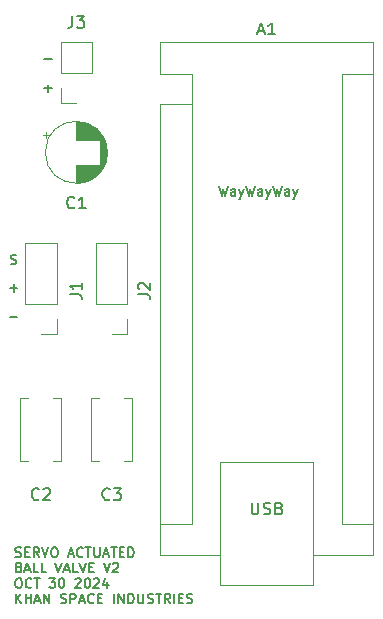
<source format=gto>
G04 #@! TF.GenerationSoftware,KiCad,Pcbnew,8.0.4*
G04 #@! TF.CreationDate,2024-10-30T20:05:23-07:00*
G04 #@! TF.ProjectId,Valve,56616c76-652e-46b6-9963-61645f706362,rev?*
G04 #@! TF.SameCoordinates,Original*
G04 #@! TF.FileFunction,Legend,Top*
G04 #@! TF.FilePolarity,Positive*
%FSLAX46Y46*%
G04 Gerber Fmt 4.6, Leading zero omitted, Abs format (unit mm)*
G04 Created by KiCad (PCBNEW 8.0.4) date 2024-10-30 20:05:23*
%MOMM*%
%LPD*%
G01*
G04 APERTURE LIST*
%ADD10C,0.152400*%
%ADD11C,0.150000*%
%ADD12C,0.120000*%
%ADD13R,1.700000X1.700000*%
%ADD14O,1.700000X1.700000*%
%ADD15C,1.600000*%
%ADD16R,1.600000X1.600000*%
%ADD17O,1.600000X1.600000*%
G04 APERTURE END LIST*
D10*
X129293786Y-79082965D02*
X129913063Y-79082965D01*
X144116377Y-89879803D02*
X144309901Y-90692603D01*
X144309901Y-90692603D02*
X144464720Y-90112032D01*
X144464720Y-90112032D02*
X144619539Y-90692603D01*
X144619539Y-90692603D02*
X144813063Y-89879803D01*
X145471043Y-90692603D02*
X145471043Y-90266851D01*
X145471043Y-90266851D02*
X145432338Y-90189441D01*
X145432338Y-90189441D02*
X145354929Y-90150737D01*
X145354929Y-90150737D02*
X145200110Y-90150737D01*
X145200110Y-90150737D02*
X145122700Y-90189441D01*
X145471043Y-90653899D02*
X145393634Y-90692603D01*
X145393634Y-90692603D02*
X145200110Y-90692603D01*
X145200110Y-90692603D02*
X145122700Y-90653899D01*
X145122700Y-90653899D02*
X145083996Y-90576489D01*
X145083996Y-90576489D02*
X145083996Y-90499079D01*
X145083996Y-90499079D02*
X145122700Y-90421670D01*
X145122700Y-90421670D02*
X145200110Y-90382965D01*
X145200110Y-90382965D02*
X145393634Y-90382965D01*
X145393634Y-90382965D02*
X145471043Y-90344260D01*
X145780681Y-90150737D02*
X145974205Y-90692603D01*
X146167728Y-90150737D02*
X145974205Y-90692603D01*
X145974205Y-90692603D02*
X145896795Y-90886127D01*
X145896795Y-90886127D02*
X145858090Y-90924832D01*
X145858090Y-90924832D02*
X145780681Y-90963537D01*
X146399957Y-89879803D02*
X146593481Y-90692603D01*
X146593481Y-90692603D02*
X146748300Y-90112032D01*
X146748300Y-90112032D02*
X146903119Y-90692603D01*
X146903119Y-90692603D02*
X147096643Y-89879803D01*
X147754623Y-90692603D02*
X147754623Y-90266851D01*
X147754623Y-90266851D02*
X147715918Y-90189441D01*
X147715918Y-90189441D02*
X147638509Y-90150737D01*
X147638509Y-90150737D02*
X147483690Y-90150737D01*
X147483690Y-90150737D02*
X147406280Y-90189441D01*
X147754623Y-90653899D02*
X147677214Y-90692603D01*
X147677214Y-90692603D02*
X147483690Y-90692603D01*
X147483690Y-90692603D02*
X147406280Y-90653899D01*
X147406280Y-90653899D02*
X147367576Y-90576489D01*
X147367576Y-90576489D02*
X147367576Y-90499079D01*
X147367576Y-90499079D02*
X147406280Y-90421670D01*
X147406280Y-90421670D02*
X147483690Y-90382965D01*
X147483690Y-90382965D02*
X147677214Y-90382965D01*
X147677214Y-90382965D02*
X147754623Y-90344260D01*
X148064261Y-90150737D02*
X148257785Y-90692603D01*
X148451308Y-90150737D02*
X148257785Y-90692603D01*
X148257785Y-90692603D02*
X148180375Y-90886127D01*
X148180375Y-90886127D02*
X148141670Y-90924832D01*
X148141670Y-90924832D02*
X148064261Y-90963537D01*
X148683537Y-89879803D02*
X148877061Y-90692603D01*
X148877061Y-90692603D02*
X149031880Y-90112032D01*
X149031880Y-90112032D02*
X149186699Y-90692603D01*
X149186699Y-90692603D02*
X149380223Y-89879803D01*
X150038203Y-90692603D02*
X150038203Y-90266851D01*
X150038203Y-90266851D02*
X149999498Y-90189441D01*
X149999498Y-90189441D02*
X149922089Y-90150737D01*
X149922089Y-90150737D02*
X149767270Y-90150737D01*
X149767270Y-90150737D02*
X149689860Y-90189441D01*
X150038203Y-90653899D02*
X149960794Y-90692603D01*
X149960794Y-90692603D02*
X149767270Y-90692603D01*
X149767270Y-90692603D02*
X149689860Y-90653899D01*
X149689860Y-90653899D02*
X149651156Y-90576489D01*
X149651156Y-90576489D02*
X149651156Y-90499079D01*
X149651156Y-90499079D02*
X149689860Y-90421670D01*
X149689860Y-90421670D02*
X149767270Y-90382965D01*
X149767270Y-90382965D02*
X149960794Y-90382965D01*
X149960794Y-90382965D02*
X150038203Y-90344260D01*
X150347841Y-90150737D02*
X150541365Y-90692603D01*
X150734888Y-90150737D02*
X150541365Y-90692603D01*
X150541365Y-90692603D02*
X150463955Y-90886127D01*
X150463955Y-90886127D02*
X150425250Y-90924832D01*
X150425250Y-90924832D02*
X150347841Y-90963537D01*
X126455082Y-96453899D02*
X126571196Y-96492603D01*
X126571196Y-96492603D02*
X126764720Y-96492603D01*
X126764720Y-96492603D02*
X126842129Y-96453899D01*
X126842129Y-96453899D02*
X126880834Y-96415194D01*
X126880834Y-96415194D02*
X126919539Y-96337784D01*
X126919539Y-96337784D02*
X126919539Y-96260375D01*
X126919539Y-96260375D02*
X126880834Y-96182965D01*
X126880834Y-96182965D02*
X126842129Y-96144260D01*
X126842129Y-96144260D02*
X126764720Y-96105556D01*
X126764720Y-96105556D02*
X126609901Y-96066851D01*
X126609901Y-96066851D02*
X126532491Y-96028146D01*
X126532491Y-96028146D02*
X126493786Y-95989441D01*
X126493786Y-95989441D02*
X126455082Y-95912032D01*
X126455082Y-95912032D02*
X126455082Y-95834622D01*
X126455082Y-95834622D02*
X126493786Y-95757213D01*
X126493786Y-95757213D02*
X126532491Y-95718508D01*
X126532491Y-95718508D02*
X126609901Y-95679803D01*
X126609901Y-95679803D02*
X126803424Y-95679803D01*
X126803424Y-95679803D02*
X126919539Y-95718508D01*
X126393786Y-98482965D02*
X127013063Y-98482965D01*
X126703424Y-98792603D02*
X126703424Y-98173327D01*
X126393786Y-100982965D02*
X127013063Y-100982965D01*
X129293786Y-81582965D02*
X129913063Y-81582965D01*
X129603424Y-81892603D02*
X129603424Y-81273327D01*
X126855082Y-121228213D02*
X126971196Y-121266917D01*
X126971196Y-121266917D02*
X127164720Y-121266917D01*
X127164720Y-121266917D02*
X127242129Y-121228213D01*
X127242129Y-121228213D02*
X127280834Y-121189508D01*
X127280834Y-121189508D02*
X127319539Y-121112098D01*
X127319539Y-121112098D02*
X127319539Y-121034689D01*
X127319539Y-121034689D02*
X127280834Y-120957279D01*
X127280834Y-120957279D02*
X127242129Y-120918574D01*
X127242129Y-120918574D02*
X127164720Y-120879870D01*
X127164720Y-120879870D02*
X127009901Y-120841165D01*
X127009901Y-120841165D02*
X126932491Y-120802460D01*
X126932491Y-120802460D02*
X126893786Y-120763755D01*
X126893786Y-120763755D02*
X126855082Y-120686346D01*
X126855082Y-120686346D02*
X126855082Y-120608936D01*
X126855082Y-120608936D02*
X126893786Y-120531527D01*
X126893786Y-120531527D02*
X126932491Y-120492822D01*
X126932491Y-120492822D02*
X127009901Y-120454117D01*
X127009901Y-120454117D02*
X127203424Y-120454117D01*
X127203424Y-120454117D02*
X127319539Y-120492822D01*
X127667881Y-120841165D02*
X127938815Y-120841165D01*
X128054929Y-121266917D02*
X127667881Y-121266917D01*
X127667881Y-121266917D02*
X127667881Y-120454117D01*
X127667881Y-120454117D02*
X128054929Y-120454117D01*
X128867728Y-121266917D02*
X128596795Y-120879870D01*
X128403271Y-121266917D02*
X128403271Y-120454117D01*
X128403271Y-120454117D02*
X128712909Y-120454117D01*
X128712909Y-120454117D02*
X128790319Y-120492822D01*
X128790319Y-120492822D02*
X128829024Y-120531527D01*
X128829024Y-120531527D02*
X128867728Y-120608936D01*
X128867728Y-120608936D02*
X128867728Y-120725051D01*
X128867728Y-120725051D02*
X128829024Y-120802460D01*
X128829024Y-120802460D02*
X128790319Y-120841165D01*
X128790319Y-120841165D02*
X128712909Y-120879870D01*
X128712909Y-120879870D02*
X128403271Y-120879870D01*
X129099957Y-120454117D02*
X129370890Y-121266917D01*
X129370890Y-121266917D02*
X129641824Y-120454117D01*
X130067576Y-120454117D02*
X130222395Y-120454117D01*
X130222395Y-120454117D02*
X130299805Y-120492822D01*
X130299805Y-120492822D02*
X130377214Y-120570232D01*
X130377214Y-120570232D02*
X130415919Y-120725051D01*
X130415919Y-120725051D02*
X130415919Y-120995984D01*
X130415919Y-120995984D02*
X130377214Y-121150803D01*
X130377214Y-121150803D02*
X130299805Y-121228213D01*
X130299805Y-121228213D02*
X130222395Y-121266917D01*
X130222395Y-121266917D02*
X130067576Y-121266917D01*
X130067576Y-121266917D02*
X129990167Y-121228213D01*
X129990167Y-121228213D02*
X129912757Y-121150803D01*
X129912757Y-121150803D02*
X129874053Y-120995984D01*
X129874053Y-120995984D02*
X129874053Y-120725051D01*
X129874053Y-120725051D02*
X129912757Y-120570232D01*
X129912757Y-120570232D02*
X129990167Y-120492822D01*
X129990167Y-120492822D02*
X130067576Y-120454117D01*
X131344834Y-121034689D02*
X131731881Y-121034689D01*
X131267424Y-121266917D02*
X131538357Y-120454117D01*
X131538357Y-120454117D02*
X131809291Y-121266917D01*
X132544681Y-121189508D02*
X132505977Y-121228213D01*
X132505977Y-121228213D02*
X132389862Y-121266917D01*
X132389862Y-121266917D02*
X132312453Y-121266917D01*
X132312453Y-121266917D02*
X132196339Y-121228213D01*
X132196339Y-121228213D02*
X132118929Y-121150803D01*
X132118929Y-121150803D02*
X132080224Y-121073393D01*
X132080224Y-121073393D02*
X132041520Y-120918574D01*
X132041520Y-120918574D02*
X132041520Y-120802460D01*
X132041520Y-120802460D02*
X132080224Y-120647641D01*
X132080224Y-120647641D02*
X132118929Y-120570232D01*
X132118929Y-120570232D02*
X132196339Y-120492822D01*
X132196339Y-120492822D02*
X132312453Y-120454117D01*
X132312453Y-120454117D02*
X132389862Y-120454117D01*
X132389862Y-120454117D02*
X132505977Y-120492822D01*
X132505977Y-120492822D02*
X132544681Y-120531527D01*
X132776910Y-120454117D02*
X133241367Y-120454117D01*
X133009139Y-121266917D02*
X133009139Y-120454117D01*
X133512300Y-120454117D02*
X133512300Y-121112098D01*
X133512300Y-121112098D02*
X133551005Y-121189508D01*
X133551005Y-121189508D02*
X133589710Y-121228213D01*
X133589710Y-121228213D02*
X133667119Y-121266917D01*
X133667119Y-121266917D02*
X133821938Y-121266917D01*
X133821938Y-121266917D02*
X133899348Y-121228213D01*
X133899348Y-121228213D02*
X133938053Y-121189508D01*
X133938053Y-121189508D02*
X133976757Y-121112098D01*
X133976757Y-121112098D02*
X133976757Y-120454117D01*
X134325101Y-121034689D02*
X134712148Y-121034689D01*
X134247691Y-121266917D02*
X134518624Y-120454117D01*
X134518624Y-120454117D02*
X134789558Y-121266917D01*
X134944377Y-120454117D02*
X135408834Y-120454117D01*
X135176606Y-121266917D02*
X135176606Y-120454117D01*
X135679767Y-120841165D02*
X135950701Y-120841165D01*
X136066815Y-121266917D02*
X135679767Y-121266917D01*
X135679767Y-121266917D02*
X135679767Y-120454117D01*
X135679767Y-120454117D02*
X136066815Y-120454117D01*
X136415157Y-121266917D02*
X136415157Y-120454117D01*
X136415157Y-120454117D02*
X136608681Y-120454117D01*
X136608681Y-120454117D02*
X136724795Y-120492822D01*
X136724795Y-120492822D02*
X136802205Y-120570232D01*
X136802205Y-120570232D02*
X136840910Y-120647641D01*
X136840910Y-120647641D02*
X136879614Y-120802460D01*
X136879614Y-120802460D02*
X136879614Y-120918574D01*
X136879614Y-120918574D02*
X136840910Y-121073393D01*
X136840910Y-121073393D02*
X136802205Y-121150803D01*
X136802205Y-121150803D02*
X136724795Y-121228213D01*
X136724795Y-121228213D02*
X136608681Y-121266917D01*
X136608681Y-121266917D02*
X136415157Y-121266917D01*
X127164720Y-122149727D02*
X127280834Y-122188432D01*
X127280834Y-122188432D02*
X127319539Y-122227136D01*
X127319539Y-122227136D02*
X127358243Y-122304546D01*
X127358243Y-122304546D02*
X127358243Y-122420660D01*
X127358243Y-122420660D02*
X127319539Y-122498070D01*
X127319539Y-122498070D02*
X127280834Y-122536775D01*
X127280834Y-122536775D02*
X127203424Y-122575479D01*
X127203424Y-122575479D02*
X126893786Y-122575479D01*
X126893786Y-122575479D02*
X126893786Y-121762679D01*
X126893786Y-121762679D02*
X127164720Y-121762679D01*
X127164720Y-121762679D02*
X127242129Y-121801384D01*
X127242129Y-121801384D02*
X127280834Y-121840089D01*
X127280834Y-121840089D02*
X127319539Y-121917498D01*
X127319539Y-121917498D02*
X127319539Y-121994908D01*
X127319539Y-121994908D02*
X127280834Y-122072317D01*
X127280834Y-122072317D02*
X127242129Y-122111022D01*
X127242129Y-122111022D02*
X127164720Y-122149727D01*
X127164720Y-122149727D02*
X126893786Y-122149727D01*
X127667882Y-122343251D02*
X128054929Y-122343251D01*
X127590472Y-122575479D02*
X127861405Y-121762679D01*
X127861405Y-121762679D02*
X128132339Y-122575479D01*
X128790320Y-122575479D02*
X128403272Y-122575479D01*
X128403272Y-122575479D02*
X128403272Y-121762679D01*
X129448301Y-122575479D02*
X129061253Y-122575479D01*
X129061253Y-122575479D02*
X129061253Y-121762679D01*
X130222396Y-121762679D02*
X130493329Y-122575479D01*
X130493329Y-122575479D02*
X130764263Y-121762679D01*
X130996492Y-122343251D02*
X131383539Y-122343251D01*
X130919082Y-122575479D02*
X131190015Y-121762679D01*
X131190015Y-121762679D02*
X131460949Y-122575479D01*
X132118930Y-122575479D02*
X131731882Y-122575479D01*
X131731882Y-122575479D02*
X131731882Y-121762679D01*
X132273749Y-121762679D02*
X132544682Y-122575479D01*
X132544682Y-122575479D02*
X132815616Y-121762679D01*
X133086549Y-122149727D02*
X133357483Y-122149727D01*
X133473597Y-122575479D02*
X133086549Y-122575479D01*
X133086549Y-122575479D02*
X133086549Y-121762679D01*
X133086549Y-121762679D02*
X133473597Y-121762679D01*
X134325101Y-121762679D02*
X134596034Y-122575479D01*
X134596034Y-122575479D02*
X134866968Y-121762679D01*
X135099197Y-121840089D02*
X135137901Y-121801384D01*
X135137901Y-121801384D02*
X135215311Y-121762679D01*
X135215311Y-121762679D02*
X135408835Y-121762679D01*
X135408835Y-121762679D02*
X135486244Y-121801384D01*
X135486244Y-121801384D02*
X135524949Y-121840089D01*
X135524949Y-121840089D02*
X135563654Y-121917498D01*
X135563654Y-121917498D02*
X135563654Y-121994908D01*
X135563654Y-121994908D02*
X135524949Y-122111022D01*
X135524949Y-122111022D02*
X135060492Y-122575479D01*
X135060492Y-122575479D02*
X135563654Y-122575479D01*
X127048605Y-123071241D02*
X127203424Y-123071241D01*
X127203424Y-123071241D02*
X127280834Y-123109946D01*
X127280834Y-123109946D02*
X127358243Y-123187356D01*
X127358243Y-123187356D02*
X127396948Y-123342175D01*
X127396948Y-123342175D02*
X127396948Y-123613108D01*
X127396948Y-123613108D02*
X127358243Y-123767927D01*
X127358243Y-123767927D02*
X127280834Y-123845337D01*
X127280834Y-123845337D02*
X127203424Y-123884041D01*
X127203424Y-123884041D02*
X127048605Y-123884041D01*
X127048605Y-123884041D02*
X126971196Y-123845337D01*
X126971196Y-123845337D02*
X126893786Y-123767927D01*
X126893786Y-123767927D02*
X126855082Y-123613108D01*
X126855082Y-123613108D02*
X126855082Y-123342175D01*
X126855082Y-123342175D02*
X126893786Y-123187356D01*
X126893786Y-123187356D02*
X126971196Y-123109946D01*
X126971196Y-123109946D02*
X127048605Y-123071241D01*
X128209748Y-123806632D02*
X128171044Y-123845337D01*
X128171044Y-123845337D02*
X128054929Y-123884041D01*
X128054929Y-123884041D02*
X127977520Y-123884041D01*
X127977520Y-123884041D02*
X127861406Y-123845337D01*
X127861406Y-123845337D02*
X127783996Y-123767927D01*
X127783996Y-123767927D02*
X127745291Y-123690517D01*
X127745291Y-123690517D02*
X127706587Y-123535698D01*
X127706587Y-123535698D02*
X127706587Y-123419584D01*
X127706587Y-123419584D02*
X127745291Y-123264765D01*
X127745291Y-123264765D02*
X127783996Y-123187356D01*
X127783996Y-123187356D02*
X127861406Y-123109946D01*
X127861406Y-123109946D02*
X127977520Y-123071241D01*
X127977520Y-123071241D02*
X128054929Y-123071241D01*
X128054929Y-123071241D02*
X128171044Y-123109946D01*
X128171044Y-123109946D02*
X128209748Y-123148651D01*
X128441977Y-123071241D02*
X128906434Y-123071241D01*
X128674206Y-123884041D02*
X128674206Y-123071241D01*
X129719234Y-123071241D02*
X130222396Y-123071241D01*
X130222396Y-123071241D02*
X129951462Y-123380879D01*
X129951462Y-123380879D02*
X130067577Y-123380879D01*
X130067577Y-123380879D02*
X130144986Y-123419584D01*
X130144986Y-123419584D02*
X130183691Y-123458289D01*
X130183691Y-123458289D02*
X130222396Y-123535698D01*
X130222396Y-123535698D02*
X130222396Y-123729222D01*
X130222396Y-123729222D02*
X130183691Y-123806632D01*
X130183691Y-123806632D02*
X130144986Y-123845337D01*
X130144986Y-123845337D02*
X130067577Y-123884041D01*
X130067577Y-123884041D02*
X129835348Y-123884041D01*
X129835348Y-123884041D02*
X129757939Y-123845337D01*
X129757939Y-123845337D02*
X129719234Y-123806632D01*
X130725557Y-123071241D02*
X130802967Y-123071241D01*
X130802967Y-123071241D02*
X130880376Y-123109946D01*
X130880376Y-123109946D02*
X130919081Y-123148651D01*
X130919081Y-123148651D02*
X130957786Y-123226060D01*
X130957786Y-123226060D02*
X130996491Y-123380879D01*
X130996491Y-123380879D02*
X130996491Y-123574403D01*
X130996491Y-123574403D02*
X130957786Y-123729222D01*
X130957786Y-123729222D02*
X130919081Y-123806632D01*
X130919081Y-123806632D02*
X130880376Y-123845337D01*
X130880376Y-123845337D02*
X130802967Y-123884041D01*
X130802967Y-123884041D02*
X130725557Y-123884041D01*
X130725557Y-123884041D02*
X130648148Y-123845337D01*
X130648148Y-123845337D02*
X130609443Y-123806632D01*
X130609443Y-123806632D02*
X130570738Y-123729222D01*
X130570738Y-123729222D02*
X130532034Y-123574403D01*
X130532034Y-123574403D02*
X130532034Y-123380879D01*
X130532034Y-123380879D02*
X130570738Y-123226060D01*
X130570738Y-123226060D02*
X130609443Y-123148651D01*
X130609443Y-123148651D02*
X130648148Y-123109946D01*
X130648148Y-123109946D02*
X130725557Y-123071241D01*
X131925405Y-123148651D02*
X131964109Y-123109946D01*
X131964109Y-123109946D02*
X132041519Y-123071241D01*
X132041519Y-123071241D02*
X132235043Y-123071241D01*
X132235043Y-123071241D02*
X132312452Y-123109946D01*
X132312452Y-123109946D02*
X132351157Y-123148651D01*
X132351157Y-123148651D02*
X132389862Y-123226060D01*
X132389862Y-123226060D02*
X132389862Y-123303470D01*
X132389862Y-123303470D02*
X132351157Y-123419584D01*
X132351157Y-123419584D02*
X131886700Y-123884041D01*
X131886700Y-123884041D02*
X132389862Y-123884041D01*
X132893023Y-123071241D02*
X132970433Y-123071241D01*
X132970433Y-123071241D02*
X133047842Y-123109946D01*
X133047842Y-123109946D02*
X133086547Y-123148651D01*
X133086547Y-123148651D02*
X133125252Y-123226060D01*
X133125252Y-123226060D02*
X133163957Y-123380879D01*
X133163957Y-123380879D02*
X133163957Y-123574403D01*
X133163957Y-123574403D02*
X133125252Y-123729222D01*
X133125252Y-123729222D02*
X133086547Y-123806632D01*
X133086547Y-123806632D02*
X133047842Y-123845337D01*
X133047842Y-123845337D02*
X132970433Y-123884041D01*
X132970433Y-123884041D02*
X132893023Y-123884041D01*
X132893023Y-123884041D02*
X132815614Y-123845337D01*
X132815614Y-123845337D02*
X132776909Y-123806632D01*
X132776909Y-123806632D02*
X132738204Y-123729222D01*
X132738204Y-123729222D02*
X132699500Y-123574403D01*
X132699500Y-123574403D02*
X132699500Y-123380879D01*
X132699500Y-123380879D02*
X132738204Y-123226060D01*
X132738204Y-123226060D02*
X132776909Y-123148651D01*
X132776909Y-123148651D02*
X132815614Y-123109946D01*
X132815614Y-123109946D02*
X132893023Y-123071241D01*
X133473595Y-123148651D02*
X133512299Y-123109946D01*
X133512299Y-123109946D02*
X133589709Y-123071241D01*
X133589709Y-123071241D02*
X133783233Y-123071241D01*
X133783233Y-123071241D02*
X133860642Y-123109946D01*
X133860642Y-123109946D02*
X133899347Y-123148651D01*
X133899347Y-123148651D02*
X133938052Y-123226060D01*
X133938052Y-123226060D02*
X133938052Y-123303470D01*
X133938052Y-123303470D02*
X133899347Y-123419584D01*
X133899347Y-123419584D02*
X133434890Y-123884041D01*
X133434890Y-123884041D02*
X133938052Y-123884041D01*
X134634737Y-123342175D02*
X134634737Y-123884041D01*
X134441213Y-123032537D02*
X134247690Y-123613108D01*
X134247690Y-123613108D02*
X134750851Y-123613108D01*
X126893786Y-125192603D02*
X126893786Y-124379803D01*
X127358243Y-125192603D02*
X127009901Y-124728146D01*
X127358243Y-124379803D02*
X126893786Y-124844260D01*
X127706586Y-125192603D02*
X127706586Y-124379803D01*
X127706586Y-124766851D02*
X128171043Y-124766851D01*
X128171043Y-125192603D02*
X128171043Y-124379803D01*
X128519387Y-124960375D02*
X128906434Y-124960375D01*
X128441977Y-125192603D02*
X128712910Y-124379803D01*
X128712910Y-124379803D02*
X128983844Y-125192603D01*
X129254777Y-125192603D02*
X129254777Y-124379803D01*
X129254777Y-124379803D02*
X129719234Y-125192603D01*
X129719234Y-125192603D02*
X129719234Y-124379803D01*
X130686854Y-125153899D02*
X130802968Y-125192603D01*
X130802968Y-125192603D02*
X130996492Y-125192603D01*
X130996492Y-125192603D02*
X131073901Y-125153899D01*
X131073901Y-125153899D02*
X131112606Y-125115194D01*
X131112606Y-125115194D02*
X131151311Y-125037784D01*
X131151311Y-125037784D02*
X131151311Y-124960375D01*
X131151311Y-124960375D02*
X131112606Y-124882965D01*
X131112606Y-124882965D02*
X131073901Y-124844260D01*
X131073901Y-124844260D02*
X130996492Y-124805556D01*
X130996492Y-124805556D02*
X130841673Y-124766851D01*
X130841673Y-124766851D02*
X130764263Y-124728146D01*
X130764263Y-124728146D02*
X130725558Y-124689441D01*
X130725558Y-124689441D02*
X130686854Y-124612032D01*
X130686854Y-124612032D02*
X130686854Y-124534622D01*
X130686854Y-124534622D02*
X130725558Y-124457213D01*
X130725558Y-124457213D02*
X130764263Y-124418508D01*
X130764263Y-124418508D02*
X130841673Y-124379803D01*
X130841673Y-124379803D02*
X131035196Y-124379803D01*
X131035196Y-124379803D02*
X131151311Y-124418508D01*
X131499653Y-125192603D02*
X131499653Y-124379803D01*
X131499653Y-124379803D02*
X131809291Y-124379803D01*
X131809291Y-124379803D02*
X131886701Y-124418508D01*
X131886701Y-124418508D02*
X131925406Y-124457213D01*
X131925406Y-124457213D02*
X131964110Y-124534622D01*
X131964110Y-124534622D02*
X131964110Y-124650737D01*
X131964110Y-124650737D02*
X131925406Y-124728146D01*
X131925406Y-124728146D02*
X131886701Y-124766851D01*
X131886701Y-124766851D02*
X131809291Y-124805556D01*
X131809291Y-124805556D02*
X131499653Y-124805556D01*
X132273749Y-124960375D02*
X132660796Y-124960375D01*
X132196339Y-125192603D02*
X132467272Y-124379803D01*
X132467272Y-124379803D02*
X132738206Y-125192603D01*
X133473596Y-125115194D02*
X133434892Y-125153899D01*
X133434892Y-125153899D02*
X133318777Y-125192603D01*
X133318777Y-125192603D02*
X133241368Y-125192603D01*
X133241368Y-125192603D02*
X133125254Y-125153899D01*
X133125254Y-125153899D02*
X133047844Y-125076489D01*
X133047844Y-125076489D02*
X133009139Y-124999079D01*
X133009139Y-124999079D02*
X132970435Y-124844260D01*
X132970435Y-124844260D02*
X132970435Y-124728146D01*
X132970435Y-124728146D02*
X133009139Y-124573327D01*
X133009139Y-124573327D02*
X133047844Y-124495918D01*
X133047844Y-124495918D02*
X133125254Y-124418508D01*
X133125254Y-124418508D02*
X133241368Y-124379803D01*
X133241368Y-124379803D02*
X133318777Y-124379803D01*
X133318777Y-124379803D02*
X133434892Y-124418508D01*
X133434892Y-124418508D02*
X133473596Y-124457213D01*
X133821939Y-124766851D02*
X134092873Y-124766851D01*
X134208987Y-125192603D02*
X133821939Y-125192603D01*
X133821939Y-125192603D02*
X133821939Y-124379803D01*
X133821939Y-124379803D02*
X134208987Y-124379803D01*
X135176605Y-125192603D02*
X135176605Y-124379803D01*
X135563653Y-125192603D02*
X135563653Y-124379803D01*
X135563653Y-124379803D02*
X136028110Y-125192603D01*
X136028110Y-125192603D02*
X136028110Y-124379803D01*
X136415158Y-125192603D02*
X136415158Y-124379803D01*
X136415158Y-124379803D02*
X136608682Y-124379803D01*
X136608682Y-124379803D02*
X136724796Y-124418508D01*
X136724796Y-124418508D02*
X136802206Y-124495918D01*
X136802206Y-124495918D02*
X136840911Y-124573327D01*
X136840911Y-124573327D02*
X136879615Y-124728146D01*
X136879615Y-124728146D02*
X136879615Y-124844260D01*
X136879615Y-124844260D02*
X136840911Y-124999079D01*
X136840911Y-124999079D02*
X136802206Y-125076489D01*
X136802206Y-125076489D02*
X136724796Y-125153899D01*
X136724796Y-125153899D02*
X136608682Y-125192603D01*
X136608682Y-125192603D02*
X136415158Y-125192603D01*
X137227958Y-124379803D02*
X137227958Y-125037784D01*
X137227958Y-125037784D02*
X137266663Y-125115194D01*
X137266663Y-125115194D02*
X137305368Y-125153899D01*
X137305368Y-125153899D02*
X137382777Y-125192603D01*
X137382777Y-125192603D02*
X137537596Y-125192603D01*
X137537596Y-125192603D02*
X137615006Y-125153899D01*
X137615006Y-125153899D02*
X137653711Y-125115194D01*
X137653711Y-125115194D02*
X137692415Y-125037784D01*
X137692415Y-125037784D02*
X137692415Y-124379803D01*
X138040759Y-125153899D02*
X138156873Y-125192603D01*
X138156873Y-125192603D02*
X138350397Y-125192603D01*
X138350397Y-125192603D02*
X138427806Y-125153899D01*
X138427806Y-125153899D02*
X138466511Y-125115194D01*
X138466511Y-125115194D02*
X138505216Y-125037784D01*
X138505216Y-125037784D02*
X138505216Y-124960375D01*
X138505216Y-124960375D02*
X138466511Y-124882965D01*
X138466511Y-124882965D02*
X138427806Y-124844260D01*
X138427806Y-124844260D02*
X138350397Y-124805556D01*
X138350397Y-124805556D02*
X138195578Y-124766851D01*
X138195578Y-124766851D02*
X138118168Y-124728146D01*
X138118168Y-124728146D02*
X138079463Y-124689441D01*
X138079463Y-124689441D02*
X138040759Y-124612032D01*
X138040759Y-124612032D02*
X138040759Y-124534622D01*
X138040759Y-124534622D02*
X138079463Y-124457213D01*
X138079463Y-124457213D02*
X138118168Y-124418508D01*
X138118168Y-124418508D02*
X138195578Y-124379803D01*
X138195578Y-124379803D02*
X138389101Y-124379803D01*
X138389101Y-124379803D02*
X138505216Y-124418508D01*
X138737444Y-124379803D02*
X139201901Y-124379803D01*
X138969673Y-125192603D02*
X138969673Y-124379803D01*
X139937291Y-125192603D02*
X139666358Y-124805556D01*
X139472834Y-125192603D02*
X139472834Y-124379803D01*
X139472834Y-124379803D02*
X139782472Y-124379803D01*
X139782472Y-124379803D02*
X139859882Y-124418508D01*
X139859882Y-124418508D02*
X139898587Y-124457213D01*
X139898587Y-124457213D02*
X139937291Y-124534622D01*
X139937291Y-124534622D02*
X139937291Y-124650737D01*
X139937291Y-124650737D02*
X139898587Y-124728146D01*
X139898587Y-124728146D02*
X139859882Y-124766851D01*
X139859882Y-124766851D02*
X139782472Y-124805556D01*
X139782472Y-124805556D02*
X139472834Y-124805556D01*
X140285634Y-125192603D02*
X140285634Y-124379803D01*
X140672682Y-124766851D02*
X140943616Y-124766851D01*
X141059730Y-125192603D02*
X140672682Y-125192603D01*
X140672682Y-125192603D02*
X140672682Y-124379803D01*
X140672682Y-124379803D02*
X141059730Y-124379803D01*
X141369368Y-125153899D02*
X141485482Y-125192603D01*
X141485482Y-125192603D02*
X141679006Y-125192603D01*
X141679006Y-125192603D02*
X141756415Y-125153899D01*
X141756415Y-125153899D02*
X141795120Y-125115194D01*
X141795120Y-125115194D02*
X141833825Y-125037784D01*
X141833825Y-125037784D02*
X141833825Y-124960375D01*
X141833825Y-124960375D02*
X141795120Y-124882965D01*
X141795120Y-124882965D02*
X141756415Y-124844260D01*
X141756415Y-124844260D02*
X141679006Y-124805556D01*
X141679006Y-124805556D02*
X141524187Y-124766851D01*
X141524187Y-124766851D02*
X141446777Y-124728146D01*
X141446777Y-124728146D02*
X141408072Y-124689441D01*
X141408072Y-124689441D02*
X141369368Y-124612032D01*
X141369368Y-124612032D02*
X141369368Y-124534622D01*
X141369368Y-124534622D02*
X141408072Y-124457213D01*
X141408072Y-124457213D02*
X141446777Y-124418508D01*
X141446777Y-124418508D02*
X141524187Y-124379803D01*
X141524187Y-124379803D02*
X141717710Y-124379803D01*
X141717710Y-124379803D02*
X141833825Y-124418508D01*
D11*
X131454819Y-99033333D02*
X132169104Y-99033333D01*
X132169104Y-99033333D02*
X132311961Y-99080952D01*
X132311961Y-99080952D02*
X132407200Y-99176190D01*
X132407200Y-99176190D02*
X132454819Y-99319047D01*
X132454819Y-99319047D02*
X132454819Y-99414285D01*
X132454819Y-98033333D02*
X132454819Y-98604761D01*
X132454819Y-98319047D02*
X131454819Y-98319047D01*
X131454819Y-98319047D02*
X131597676Y-98414285D01*
X131597676Y-98414285D02*
X131692914Y-98509523D01*
X131692914Y-98509523D02*
X131740533Y-98604761D01*
X134833333Y-116359580D02*
X134785714Y-116407200D01*
X134785714Y-116407200D02*
X134642857Y-116454819D01*
X134642857Y-116454819D02*
X134547619Y-116454819D01*
X134547619Y-116454819D02*
X134404762Y-116407200D01*
X134404762Y-116407200D02*
X134309524Y-116311961D01*
X134309524Y-116311961D02*
X134261905Y-116216723D01*
X134261905Y-116216723D02*
X134214286Y-116026247D01*
X134214286Y-116026247D02*
X134214286Y-115883390D01*
X134214286Y-115883390D02*
X134261905Y-115692914D01*
X134261905Y-115692914D02*
X134309524Y-115597676D01*
X134309524Y-115597676D02*
X134404762Y-115502438D01*
X134404762Y-115502438D02*
X134547619Y-115454819D01*
X134547619Y-115454819D02*
X134642857Y-115454819D01*
X134642857Y-115454819D02*
X134785714Y-115502438D01*
X134785714Y-115502438D02*
X134833333Y-115550057D01*
X135166667Y-115454819D02*
X135785714Y-115454819D01*
X135785714Y-115454819D02*
X135452381Y-115835771D01*
X135452381Y-115835771D02*
X135595238Y-115835771D01*
X135595238Y-115835771D02*
X135690476Y-115883390D01*
X135690476Y-115883390D02*
X135738095Y-115931009D01*
X135738095Y-115931009D02*
X135785714Y-116026247D01*
X135785714Y-116026247D02*
X135785714Y-116264342D01*
X135785714Y-116264342D02*
X135738095Y-116359580D01*
X135738095Y-116359580D02*
X135690476Y-116407200D01*
X135690476Y-116407200D02*
X135595238Y-116454819D01*
X135595238Y-116454819D02*
X135309524Y-116454819D01*
X135309524Y-116454819D02*
X135214286Y-116407200D01*
X135214286Y-116407200D02*
X135166667Y-116359580D01*
X131833333Y-91659580D02*
X131785714Y-91707200D01*
X131785714Y-91707200D02*
X131642857Y-91754819D01*
X131642857Y-91754819D02*
X131547619Y-91754819D01*
X131547619Y-91754819D02*
X131404762Y-91707200D01*
X131404762Y-91707200D02*
X131309524Y-91611961D01*
X131309524Y-91611961D02*
X131261905Y-91516723D01*
X131261905Y-91516723D02*
X131214286Y-91326247D01*
X131214286Y-91326247D02*
X131214286Y-91183390D01*
X131214286Y-91183390D02*
X131261905Y-90992914D01*
X131261905Y-90992914D02*
X131309524Y-90897676D01*
X131309524Y-90897676D02*
X131404762Y-90802438D01*
X131404762Y-90802438D02*
X131547619Y-90754819D01*
X131547619Y-90754819D02*
X131642857Y-90754819D01*
X131642857Y-90754819D02*
X131785714Y-90802438D01*
X131785714Y-90802438D02*
X131833333Y-90850057D01*
X132785714Y-91754819D02*
X132214286Y-91754819D01*
X132500000Y-91754819D02*
X132500000Y-90754819D01*
X132500000Y-90754819D02*
X132404762Y-90897676D01*
X132404762Y-90897676D02*
X132309524Y-90992914D01*
X132309524Y-90992914D02*
X132214286Y-91040533D01*
X128833333Y-116359580D02*
X128785714Y-116407200D01*
X128785714Y-116407200D02*
X128642857Y-116454819D01*
X128642857Y-116454819D02*
X128547619Y-116454819D01*
X128547619Y-116454819D02*
X128404762Y-116407200D01*
X128404762Y-116407200D02*
X128309524Y-116311961D01*
X128309524Y-116311961D02*
X128261905Y-116216723D01*
X128261905Y-116216723D02*
X128214286Y-116026247D01*
X128214286Y-116026247D02*
X128214286Y-115883390D01*
X128214286Y-115883390D02*
X128261905Y-115692914D01*
X128261905Y-115692914D02*
X128309524Y-115597676D01*
X128309524Y-115597676D02*
X128404762Y-115502438D01*
X128404762Y-115502438D02*
X128547619Y-115454819D01*
X128547619Y-115454819D02*
X128642857Y-115454819D01*
X128642857Y-115454819D02*
X128785714Y-115502438D01*
X128785714Y-115502438D02*
X128833333Y-115550057D01*
X129214286Y-115550057D02*
X129261905Y-115502438D01*
X129261905Y-115502438D02*
X129357143Y-115454819D01*
X129357143Y-115454819D02*
X129595238Y-115454819D01*
X129595238Y-115454819D02*
X129690476Y-115502438D01*
X129690476Y-115502438D02*
X129738095Y-115550057D01*
X129738095Y-115550057D02*
X129785714Y-115645295D01*
X129785714Y-115645295D02*
X129785714Y-115740533D01*
X129785714Y-115740533D02*
X129738095Y-115883390D01*
X129738095Y-115883390D02*
X129166667Y-116454819D01*
X129166667Y-116454819D02*
X129785714Y-116454819D01*
X137254819Y-99033333D02*
X137969104Y-99033333D01*
X137969104Y-99033333D02*
X138111961Y-99080952D01*
X138111961Y-99080952D02*
X138207200Y-99176190D01*
X138207200Y-99176190D02*
X138254819Y-99319047D01*
X138254819Y-99319047D02*
X138254819Y-99414285D01*
X137350057Y-98604761D02*
X137302438Y-98557142D01*
X137302438Y-98557142D02*
X137254819Y-98461904D01*
X137254819Y-98461904D02*
X137254819Y-98223809D01*
X137254819Y-98223809D02*
X137302438Y-98128571D01*
X137302438Y-98128571D02*
X137350057Y-98080952D01*
X137350057Y-98080952D02*
X137445295Y-98033333D01*
X137445295Y-98033333D02*
X137540533Y-98033333D01*
X137540533Y-98033333D02*
X137683390Y-98080952D01*
X137683390Y-98080952D02*
X138254819Y-98652380D01*
X138254819Y-98652380D02*
X138254819Y-98033333D01*
X147405714Y-76729104D02*
X147881904Y-76729104D01*
X147310476Y-77014819D02*
X147643809Y-76014819D01*
X147643809Y-76014819D02*
X147977142Y-77014819D01*
X148834285Y-77014819D02*
X148262857Y-77014819D01*
X148548571Y-77014819D02*
X148548571Y-76014819D01*
X148548571Y-76014819D02*
X148453333Y-76157676D01*
X148453333Y-76157676D02*
X148358095Y-76252914D01*
X148358095Y-76252914D02*
X148262857Y-76300533D01*
X146858095Y-116654819D02*
X146858095Y-117464342D01*
X146858095Y-117464342D02*
X146905714Y-117559580D01*
X146905714Y-117559580D02*
X146953333Y-117607200D01*
X146953333Y-117607200D02*
X147048571Y-117654819D01*
X147048571Y-117654819D02*
X147239047Y-117654819D01*
X147239047Y-117654819D02*
X147334285Y-117607200D01*
X147334285Y-117607200D02*
X147381904Y-117559580D01*
X147381904Y-117559580D02*
X147429523Y-117464342D01*
X147429523Y-117464342D02*
X147429523Y-116654819D01*
X147858095Y-117607200D02*
X148000952Y-117654819D01*
X148000952Y-117654819D02*
X148239047Y-117654819D01*
X148239047Y-117654819D02*
X148334285Y-117607200D01*
X148334285Y-117607200D02*
X148381904Y-117559580D01*
X148381904Y-117559580D02*
X148429523Y-117464342D01*
X148429523Y-117464342D02*
X148429523Y-117369104D01*
X148429523Y-117369104D02*
X148381904Y-117273866D01*
X148381904Y-117273866D02*
X148334285Y-117226247D01*
X148334285Y-117226247D02*
X148239047Y-117178628D01*
X148239047Y-117178628D02*
X148048571Y-117131009D01*
X148048571Y-117131009D02*
X147953333Y-117083390D01*
X147953333Y-117083390D02*
X147905714Y-117035771D01*
X147905714Y-117035771D02*
X147858095Y-116940533D01*
X147858095Y-116940533D02*
X147858095Y-116845295D01*
X147858095Y-116845295D02*
X147905714Y-116750057D01*
X147905714Y-116750057D02*
X147953333Y-116702438D01*
X147953333Y-116702438D02*
X148048571Y-116654819D01*
X148048571Y-116654819D02*
X148286666Y-116654819D01*
X148286666Y-116654819D02*
X148429523Y-116702438D01*
X149191428Y-117131009D02*
X149334285Y-117178628D01*
X149334285Y-117178628D02*
X149381904Y-117226247D01*
X149381904Y-117226247D02*
X149429523Y-117321485D01*
X149429523Y-117321485D02*
X149429523Y-117464342D01*
X149429523Y-117464342D02*
X149381904Y-117559580D01*
X149381904Y-117559580D02*
X149334285Y-117607200D01*
X149334285Y-117607200D02*
X149239047Y-117654819D01*
X149239047Y-117654819D02*
X148858095Y-117654819D01*
X148858095Y-117654819D02*
X148858095Y-116654819D01*
X148858095Y-116654819D02*
X149191428Y-116654819D01*
X149191428Y-116654819D02*
X149286666Y-116702438D01*
X149286666Y-116702438D02*
X149334285Y-116750057D01*
X149334285Y-116750057D02*
X149381904Y-116845295D01*
X149381904Y-116845295D02*
X149381904Y-116940533D01*
X149381904Y-116940533D02*
X149334285Y-117035771D01*
X149334285Y-117035771D02*
X149286666Y-117083390D01*
X149286666Y-117083390D02*
X149191428Y-117131009D01*
X149191428Y-117131009D02*
X148858095Y-117131009D01*
X131666666Y-75454819D02*
X131666666Y-76169104D01*
X131666666Y-76169104D02*
X131619047Y-76311961D01*
X131619047Y-76311961D02*
X131523809Y-76407200D01*
X131523809Y-76407200D02*
X131380952Y-76454819D01*
X131380952Y-76454819D02*
X131285714Y-76454819D01*
X132047619Y-75454819D02*
X132666666Y-75454819D01*
X132666666Y-75454819D02*
X132333333Y-75835771D01*
X132333333Y-75835771D02*
X132476190Y-75835771D01*
X132476190Y-75835771D02*
X132571428Y-75883390D01*
X132571428Y-75883390D02*
X132619047Y-75931009D01*
X132619047Y-75931009D02*
X132666666Y-76026247D01*
X132666666Y-76026247D02*
X132666666Y-76264342D01*
X132666666Y-76264342D02*
X132619047Y-76359580D01*
X132619047Y-76359580D02*
X132571428Y-76407200D01*
X132571428Y-76407200D02*
X132476190Y-76454819D01*
X132476190Y-76454819D02*
X132190476Y-76454819D01*
X132190476Y-76454819D02*
X132095238Y-76407200D01*
X132095238Y-76407200D02*
X132047619Y-76359580D01*
D12*
X127670000Y-99810000D02*
X127670000Y-94670000D01*
X130330000Y-94670000D02*
X127670000Y-94670000D01*
X130330000Y-99810000D02*
X127670000Y-99810000D01*
X130330000Y-99810000D02*
X130330000Y-94670000D01*
X130330000Y-101080000D02*
X130330000Y-102410000D01*
X130330000Y-102410000D02*
X129000000Y-102410000D01*
X133279000Y-107830000D02*
X133945000Y-107830000D01*
X133279000Y-113170000D02*
X133279000Y-107830000D01*
X133279000Y-113170000D02*
X133945000Y-113170000D01*
X136055000Y-107830000D02*
X136721000Y-107830000D01*
X136055000Y-113170000D02*
X136721000Y-113170000D01*
X136721000Y-113170000D02*
X136721000Y-107830000D01*
X129195225Y-85525000D02*
X129695225Y-85525000D01*
X129445225Y-85275000D02*
X129445225Y-85775000D01*
X132000000Y-84420000D02*
X132000000Y-85960000D01*
X132000000Y-88040000D02*
X132000000Y-89580000D01*
X132040000Y-84420000D02*
X132040000Y-85960000D01*
X132040000Y-88040000D02*
X132040000Y-89580000D01*
X132080000Y-84421000D02*
X132080000Y-85960000D01*
X132080000Y-88040000D02*
X132080000Y-89579000D01*
X132120000Y-84422000D02*
X132120000Y-85960000D01*
X132120000Y-88040000D02*
X132120000Y-89578000D01*
X132160000Y-84424000D02*
X132160000Y-85960000D01*
X132160000Y-88040000D02*
X132160000Y-89576000D01*
X132200000Y-84427000D02*
X132200000Y-85960000D01*
X132200000Y-88040000D02*
X132200000Y-89573000D01*
X132240000Y-84431000D02*
X132240000Y-85960000D01*
X132240000Y-88040000D02*
X132240000Y-89569000D01*
X132280000Y-84435000D02*
X132280000Y-85960000D01*
X132280000Y-88040000D02*
X132280000Y-89565000D01*
X132320000Y-84439000D02*
X132320000Y-85960000D01*
X132320000Y-88040000D02*
X132320000Y-89561000D01*
X132360000Y-84444000D02*
X132360000Y-85960000D01*
X132360000Y-88040000D02*
X132360000Y-89556000D01*
X132400000Y-84450000D02*
X132400000Y-85960000D01*
X132400000Y-88040000D02*
X132400000Y-89550000D01*
X132440000Y-84457000D02*
X132440000Y-85960000D01*
X132440000Y-88040000D02*
X132440000Y-89543000D01*
X132480000Y-84464000D02*
X132480000Y-85960000D01*
X132480000Y-88040000D02*
X132480000Y-89536000D01*
X132520000Y-84472000D02*
X132520000Y-85960000D01*
X132520000Y-88040000D02*
X132520000Y-89528000D01*
X132560000Y-84480000D02*
X132560000Y-85960000D01*
X132560000Y-88040000D02*
X132560000Y-89520000D01*
X132600000Y-84489000D02*
X132600000Y-85960000D01*
X132600000Y-88040000D02*
X132600000Y-89511000D01*
X132640000Y-84499000D02*
X132640000Y-85960000D01*
X132640000Y-88040000D02*
X132640000Y-89501000D01*
X132680000Y-84509000D02*
X132680000Y-85960000D01*
X132680000Y-88040000D02*
X132680000Y-89491000D01*
X132721000Y-84520000D02*
X132721000Y-85960000D01*
X132721000Y-88040000D02*
X132721000Y-89480000D01*
X132761000Y-84532000D02*
X132761000Y-85960000D01*
X132761000Y-88040000D02*
X132761000Y-89468000D01*
X132801000Y-84545000D02*
X132801000Y-85960000D01*
X132801000Y-88040000D02*
X132801000Y-89455000D01*
X132841000Y-84558000D02*
X132841000Y-85960000D01*
X132841000Y-88040000D02*
X132841000Y-89442000D01*
X132881000Y-84572000D02*
X132881000Y-85960000D01*
X132881000Y-88040000D02*
X132881000Y-89428000D01*
X132921000Y-84586000D02*
X132921000Y-85960000D01*
X132921000Y-88040000D02*
X132921000Y-89414000D01*
X132961000Y-84602000D02*
X132961000Y-85960000D01*
X132961000Y-88040000D02*
X132961000Y-89398000D01*
X133001000Y-84618000D02*
X133001000Y-85960000D01*
X133001000Y-88040000D02*
X133001000Y-89382000D01*
X133041000Y-84635000D02*
X133041000Y-85960000D01*
X133041000Y-88040000D02*
X133041000Y-89365000D01*
X133081000Y-84652000D02*
X133081000Y-85960000D01*
X133081000Y-88040000D02*
X133081000Y-89348000D01*
X133121000Y-84671000D02*
X133121000Y-85960000D01*
X133121000Y-88040000D02*
X133121000Y-89329000D01*
X133161000Y-84690000D02*
X133161000Y-85960000D01*
X133161000Y-88040000D02*
X133161000Y-89310000D01*
X133201000Y-84710000D02*
X133201000Y-85960000D01*
X133201000Y-88040000D02*
X133201000Y-89290000D01*
X133241000Y-84732000D02*
X133241000Y-85960000D01*
X133241000Y-88040000D02*
X133241000Y-89268000D01*
X133281000Y-84753000D02*
X133281000Y-85960000D01*
X133281000Y-88040000D02*
X133281000Y-89247000D01*
X133321000Y-84776000D02*
X133321000Y-85960000D01*
X133321000Y-88040000D02*
X133321000Y-89224000D01*
X133361000Y-84800000D02*
X133361000Y-85960000D01*
X133361000Y-88040000D02*
X133361000Y-89200000D01*
X133401000Y-84825000D02*
X133401000Y-85960000D01*
X133401000Y-88040000D02*
X133401000Y-89175000D01*
X133441000Y-84851000D02*
X133441000Y-85960000D01*
X133441000Y-88040000D02*
X133441000Y-89149000D01*
X133481000Y-84878000D02*
X133481000Y-85960000D01*
X133481000Y-88040000D02*
X133481000Y-89122000D01*
X133521000Y-84905000D02*
X133521000Y-85960000D01*
X133521000Y-88040000D02*
X133521000Y-89095000D01*
X133561000Y-84935000D02*
X133561000Y-85960000D01*
X133561000Y-88040000D02*
X133561000Y-89065000D01*
X133601000Y-84965000D02*
X133601000Y-85960000D01*
X133601000Y-88040000D02*
X133601000Y-89035000D01*
X133641000Y-84996000D02*
X133641000Y-85960000D01*
X133641000Y-88040000D02*
X133641000Y-89004000D01*
X133681000Y-85029000D02*
X133681000Y-85960000D01*
X133681000Y-88040000D02*
X133681000Y-88971000D01*
X133721000Y-85063000D02*
X133721000Y-85960000D01*
X133721000Y-88040000D02*
X133721000Y-88937000D01*
X133761000Y-85099000D02*
X133761000Y-85960000D01*
X133761000Y-88040000D02*
X133761000Y-88901000D01*
X133801000Y-85136000D02*
X133801000Y-85960000D01*
X133801000Y-88040000D02*
X133801000Y-88864000D01*
X133841000Y-85174000D02*
X133841000Y-85960000D01*
X133841000Y-88040000D02*
X133841000Y-88826000D01*
X133881000Y-85215000D02*
X133881000Y-85960000D01*
X133881000Y-88040000D02*
X133881000Y-88785000D01*
X133921000Y-85257000D02*
X133921000Y-85960000D01*
X133921000Y-88040000D02*
X133921000Y-88743000D01*
X133961000Y-85301000D02*
X133961000Y-85960000D01*
X133961000Y-88040000D02*
X133961000Y-88699000D01*
X134001000Y-85347000D02*
X134001000Y-85960000D01*
X134001000Y-88040000D02*
X134001000Y-88653000D01*
X134041000Y-85395000D02*
X134041000Y-88605000D01*
X134081000Y-85446000D02*
X134081000Y-88554000D01*
X134121000Y-85500000D02*
X134121000Y-88500000D01*
X134161000Y-85557000D02*
X134161000Y-88443000D01*
X134201000Y-85617000D02*
X134201000Y-88383000D01*
X134241000Y-85681000D02*
X134241000Y-88319000D01*
X134281000Y-85749000D02*
X134281000Y-88251000D01*
X134321000Y-85822000D02*
X134321000Y-88178000D01*
X134361000Y-85902000D02*
X134361000Y-88098000D01*
X134401000Y-85989000D02*
X134401000Y-88011000D01*
X134441000Y-86085000D02*
X134441000Y-87915000D01*
X134481000Y-86195000D02*
X134481000Y-87805000D01*
X134521000Y-86323000D02*
X134521000Y-87677000D01*
X134561000Y-86482000D02*
X134561000Y-87518000D01*
X134601000Y-86716000D02*
X134601000Y-87284000D01*
X134620000Y-87000000D02*
G75*
G02*
X129380000Y-87000000I-2620000J0D01*
G01*
X129380000Y-87000000D02*
G75*
G02*
X134620000Y-87000000I2620000J0D01*
G01*
X127279000Y-107830000D02*
X127945000Y-107830000D01*
X127279000Y-113170000D02*
X127279000Y-107830000D01*
X127279000Y-113170000D02*
X127945000Y-113170000D01*
X130055000Y-107830000D02*
X130721000Y-107830000D01*
X130055000Y-113170000D02*
X130721000Y-113170000D01*
X130721000Y-113170000D02*
X130721000Y-107830000D01*
X133670000Y-99810000D02*
X133670000Y-94670000D01*
X136330000Y-94670000D02*
X133670000Y-94670000D01*
X136330000Y-99810000D02*
X133670000Y-99810000D01*
X136330000Y-99810000D02*
X136330000Y-94670000D01*
X136330000Y-101080000D02*
X136330000Y-102410000D01*
X136330000Y-102410000D02*
X135000000Y-102410000D01*
X139100000Y-77700000D02*
X139100000Y-80370000D01*
X139100000Y-82910000D02*
X139100000Y-121140000D01*
X139100000Y-121140000D02*
X144180000Y-121140000D01*
X141770000Y-80370000D02*
X139100000Y-80370000D01*
X141770000Y-82910000D02*
X139100000Y-82910000D01*
X141770000Y-82910000D02*
X141770000Y-80370000D01*
X141770000Y-82910000D02*
X141770000Y-118470000D01*
X141770000Y-118470000D02*
X139100000Y-118470000D01*
X144180000Y-113260000D02*
X152060000Y-113260000D01*
X144180000Y-123680000D02*
X144180000Y-113260000D01*
X152060000Y-113260000D02*
X152060000Y-123680000D01*
X152060000Y-123680000D02*
X144180000Y-123680000D01*
X154470000Y-80370000D02*
X154470000Y-118470000D01*
X154470000Y-80370000D02*
X157140000Y-80370000D01*
X154470000Y-118470000D02*
X157140000Y-118470000D01*
X157140000Y-77700000D02*
X139100000Y-77700000D01*
X157140000Y-121140000D02*
X152060000Y-121140000D01*
X157140000Y-121140000D02*
X157140000Y-77700000D01*
X130670000Y-80270000D02*
X130670000Y-77670000D01*
X130670000Y-82870000D02*
X130670000Y-81540000D01*
X132000000Y-82870000D02*
X130670000Y-82870000D01*
X133330000Y-77670000D02*
X130670000Y-77670000D01*
X133330000Y-80270000D02*
X130670000Y-80270000D01*
X133330000Y-80270000D02*
X133330000Y-77670000D01*
%LPC*%
D13*
X129000000Y-101080000D03*
D14*
X129000000Y-98540000D03*
X129000000Y-96000000D03*
D15*
X135000000Y-113000000D03*
X135000000Y-108000000D03*
D16*
X131000000Y-87000000D03*
D15*
X133000000Y-87000000D03*
X129000000Y-113000000D03*
X129000000Y-108000000D03*
D13*
X135000000Y-101080000D03*
D14*
X135000000Y-98540000D03*
X135000000Y-96000000D03*
D16*
X140500000Y-81640000D03*
D17*
X140500000Y-84180000D03*
X140500000Y-86720000D03*
X140500000Y-89260000D03*
X140500000Y-91800000D03*
X140500000Y-94340000D03*
X140500000Y-96880000D03*
X140500000Y-99420000D03*
X140500000Y-101960000D03*
X140500000Y-104500000D03*
X140500000Y-107040000D03*
X140500000Y-109580000D03*
X140500000Y-112120000D03*
X140500000Y-114660000D03*
X140500000Y-117200000D03*
X155740000Y-117200000D03*
X155740000Y-114660000D03*
X155740000Y-112120000D03*
X155740000Y-109580000D03*
X155740000Y-107040000D03*
X155740000Y-104500000D03*
X155740000Y-101960000D03*
X155740000Y-99420000D03*
X155740000Y-96880000D03*
X155740000Y-94340000D03*
X155740000Y-91800000D03*
X155740000Y-89260000D03*
X155740000Y-86720000D03*
X155740000Y-84180000D03*
X155740000Y-81640000D03*
D13*
X132000000Y-81540000D03*
D14*
X132000000Y-79000000D03*
%LPD*%
M02*

</source>
